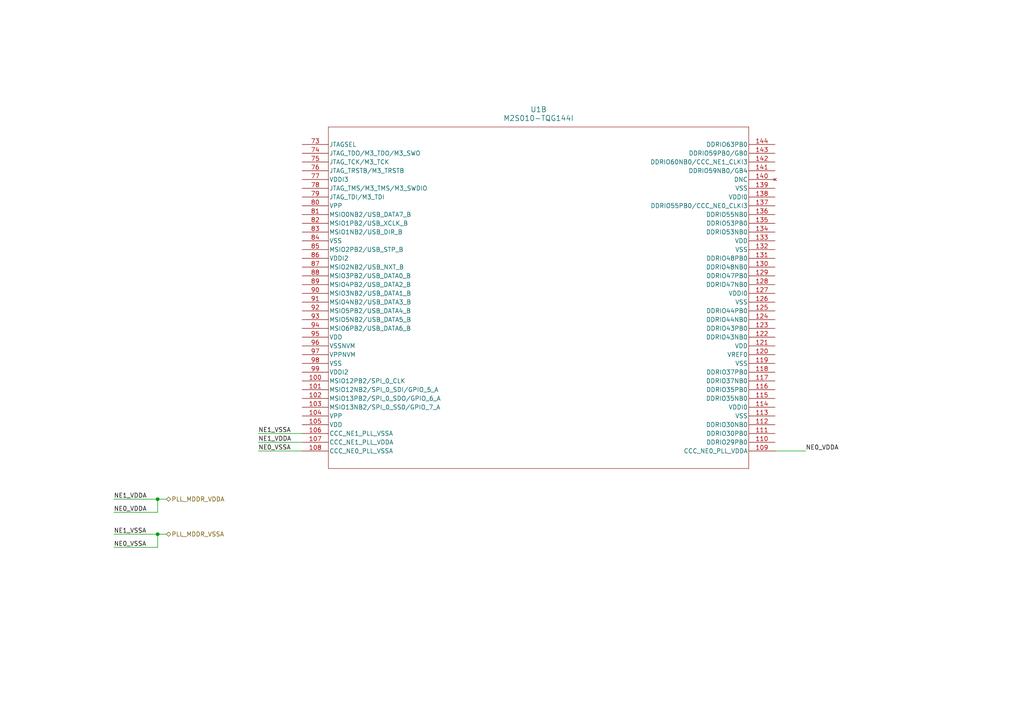
<source format=kicad_sch>
(kicad_sch (version 20231120) (generator "eeschema") (generator_version "8.0")
  (paper "A4")
  (title_block (title "FPGA - SmartFusion2") (rev "1.0") (company "IFSP - SBV, IFSP - GRU") (comment 2 "WILLIAN BUENO SANTOS") (comment 3 "ISRAEL RODRIGUES") (comment 4 "ADRIANO CÉSAR DE SOUSA PEREIRA"))
  (lib_symbols
    (symbol "M2S010-1TQG144A:M2S010-TQG144I" (pin_names (offset 0.254))
      (property "Reference" "U" (at 63.5 10.16 0))
      (property "Value" "M2S010-TQG144I" (at 63.5 7.62 0))
      (symbol "M2S010-TQG144I_1_1"
        (polyline (pts (xy 7.62 -93.98) (xy 119.38 -93.98)) (stroke (width 0.127)))
        (polyline (pts (xy 7.62 5.08) (xy 7.62 -93.98)) (stroke (width 0.127)))
        (polyline (pts (xy 119.38 -93.98) (xy 119.38 5.08)) (stroke (width 0.127)))
        (polyline (pts (xy 119.38 5.08) (xy 7.62 5.08)) (stroke (width 0.127)))
        (pin bidirectional line (at 0 0 0) (length 7.62) (name "MSIO64NB7") (number "1"))
        (pin bidirectional line (at 0 -22.86 0) (length 7.62) (name "MSIO73NB7") (number "10"))
        (pin power_out line (at 0 -25.4 0) (length 7.62) (name "VSS") (number "11"))
        (pin power_in line (at 0 -27.94 0) (length 7.62) (name "VDD") (number "12"))
        (pin bidirectional line (at 0 -30.48 0) (length 7.62) (name "MSIO76NB7") (number "13"))
        (pin bidirectional line (at 0 -33.02 0) (length 7.62) (name "MSIO76PB7") (number "14"))
        (pin bidirectional line (at 0 -35.56 0) (length 7.62) (name "MSIO77NB7") (number "15"))
        (pin bidirectional line (at 0 -38.1 0) (length 7.62) (name "MSIO77PB7") (number "16"))
        (pin power_in line (at 0 -40.64 0) (length 7.62) (name "VDDI7") (number "17"))
        (pin power_out line (at 0 -43.18 0) (length 7.62) (name "VSS") (number "18"))
        (pin bidirectional line (at 0 -45.72 0) (length 7.62) (name "MSIO79NB7") (number "19"))
        (pin bidirectional line (at 0 -2.54 0) (length 7.62) (name "MSIO64PB7") (number "2"))
        (pin bidirectional line (at 0 -48.26 0) (length 7.62) (name "MSIO79PB7/GB1") (number "20"))
        (pin bidirectional line (at 0 -50.8 0) (length 7.62) (name "MSIO81NB7") (number "21"))
        (pin bidirectional line (at 0 -53.34 0) (length 7.62) (name "MSIO81PB7") (number "22"))
        (pin bidirectional line (at 0 -55.88 0) (length 7.62) (name "MSIOD84PB6/CCC_NE1_CLKI2") (number "23"))
        (pin bidirectional line (at 0 -58.42 0) (length 7.62) (name "MSIOD85PB6/CCC_NE1_CLKI1") (number "24"))
        (pin power_in line (at 0 -60.96 0) (length 7.62) (name "VDDI6") (number "25"))
        (pin power_out line (at 0 -63.5 0) (length 7.62) (name "VSS") (number "26"))
        (pin bidirectional line (at 0 -66.04 0) (length 7.62) (name "MSIOD90NB6") (number "27"))
        (pin bidirectional line (at 0 -68.58 0) (length 7.62) (name "MSIOD90PB6") (number "28"))
        (pin bidirectional line (at 0 -71.12 0) (length 7.62) (name "MSIOD93NB6") (number "29"))
        (pin bidirectional line (at 0 -5.08 0) (length 7.62) (name "MSIO67NB7") (number "3"))
        (pin bidirectional line (at 0 -73.66 0) (length 7.62) (name "MSIOD93PB6") (number "30"))
        (pin power_in line (at 0 -76.2 0) (length 7.62) (name "VDD") (number "31"))
        (pin bidirectional line (at 0 -78.74 0) (length 7.62) (name "MSIOD96PB6") (number "32"))
        (pin bidirectional line (at 0 -81.28 0) (length 7.62) (name "MSIOD96NB6") (number "33"))
        (pin power_out line (at 0 -83.82 0) (length 7.62) (name "VSS") (number "34"))
        (pin power_in line (at 0 -86.36 0) (length 7.62) (name "VDDI6") (number "35"))
        (pin bidirectional line (at 0 -88.9 0) (length 7.62) (name "MSIOD98NB6") (number "36"))
        (pin bidirectional line (at 127 -88.9 180) (length 7.62) (name "MSIOD99PB6") (number "37"))
        (pin bidirectional line (at 127 -86.36 180) (length 7.62) (name "MSIOD99NB6") (number "38"))
        (pin power_in line (at 127 -83.82 180) (length 7.62) (name "VDD") (number "39"))
        (pin bidirectional line (at 0 -7.62 0) (length 7.62) (name "MSIO67PB7") (number "4"))
        (pin power_out line (at 127 -81.28 180) (length 7.62) (name "VSS") (number "40"))
        (pin power_in line (at 127 -78.74 180) (length 7.62) (name "VPP") (number "41"))
        (pin power_out line (at 127 -76.2 180) (length 7.62) (name "VSS") (number "42"))
        (pin bidirectional line (at 127 -73.66 180) (length 7.62) (name "MSIO102PB4") (number "43"))
        (pin bidirectional line (at 127 -71.12 180) (length 7.62) (name "MSIO102NB4/CCC_NE1_CLKI0") (number "44"))
        (pin power_in line (at 127 -68.58 180) (length 7.62) (name "VDDI4") (number "45"))
        (pin bidirectional line (at 127 -66.04 180) (length 7.62) (name "MSIO103NB4/PROBE_B") (number "46"))
        (pin bidirectional line (at 127 -63.5 180) (length 7.62) (name "MSIO103PB4/PROBE_A") (number "47"))
        (pin bidirectional line (at 127 -60.96 180) (length 7.62) (name "MSIO104NB4/GB7") (number "48"))
        (pin bidirectional line (at 127 -58.42 180) (length 7.62) (name "MSIO104PB4/GB3") (number "49"))
        (pin power_out line (at 0 -10.16 0) (length 7.62) (name "VSS") (number "5"))
        (pin power_in line (at 127 -55.88 180) (length 7.62) (name "VDD") (number "50"))
        (pin power_out line (at 127 -53.34 180) (length 7.62) (name "VSS") (number "51"))
        (pin bidirectional line (at 127 -50.8 180) (length 7.62) (name "MSIO105PB4/CCC_NE0_CLKI0") (number "52"))
        (pin bidirectional line (at 127 -48.26 180) (length 7.62) (name "MSIO105NB4") (number "53"))
        (pin power_in line (at 127 -45.72 180) (length 7.62) (name "VDDI4") (number "54"))
        (pin bidirectional line (at 127 -43.18 180) (length 7.62) (name "MSIO106PB4") (number "55"))
        (pin bidirectional line (at 127 -40.64 180) (length 7.62) (name "MSIO106NB4") (number "56"))
        (pin bidirectional line (at 127 -38.1 180) (length 7.62) (name "MSIO108PB4") (number "57"))
        (pin bidirectional line (at 127 -35.56 180) (length 7.62) (name "MSIO108NB4") (number "58"))
        (pin power_out line (at 127 -33.02 180) (length 7.62) (name "VSS") (number "59"))
        (pin power_in line (at 0 -12.7 0) (length 7.62) (name "VDDI7") (number "6"))
        (pin bidirectional line (at 127 -30.48 180) (length 7.62) (name "MSIO109PB4") (number "60"))
        (pin bidirectional line (at 127 -27.94 180) (length 7.62) (name "MSIO109NB4") (number "61"))
        (pin power_in line (at 127 -25.4 180) (length 7.62) (name "VDDI4") (number "62"))
        (pin bidirectional line (at 127 -22.86 180) (length 7.62) (name "MSIO113PB4") (number "63"))
        (pin bidirectional line (at 127 -20.32 180) (length 7.62) (name "MSIO113NB4") (number "64"))
        (pin power_out line (at 127 -17.78 180) (length 7.62) (name "VSS") (number "65"))
        (pin bidirectional line (at 127 -15.24 180) (length 7.62) (name "MSIO114PB4") (number "66"))
        (pin bidirectional line (at 127 -12.7 180) (length 7.62) (name "MSIO114NB4") (number "67"))
        (pin input line (at 127 -10.16 180) (length 7.62) (name "XTLOSC_AUX_XTAL") (number "68"))
        (pin input line (at 127 -7.62 180) (length 7.62) (name "XTLOSC_AUX_EXTAL") (number "69"))
        (pin bidirectional line (at 0 -15.24 0) (length 7.62) (name "MSIO71NB7") (number "7"))
        (pin input line (at 127 -5.08 180) (length 7.62) (name "XTLOSC_MAIN_XTAL") (number "70"))
        (pin input line (at 127 -2.54 180) (length 7.62) (name "XTLOSC_MAIN_EXTAL") (number "71"))
        (pin input line (at 127 0 180) (length 7.62) (name "DEVRST_N") (number "72"))
        (pin bidirectional line (at 0 -17.78 0) (length 7.62) (name "MSIO71PB7") (number "8"))
        (pin bidirectional line (at 0 -20.32 0) (length 7.62) (name "MSIO72NB7") (number "9"))
      )
      (symbol "M2S010-TQG144I_2_1"
        (polyline (pts (xy 7.62 -93.98) (xy 129.54 -93.98)) (stroke (width 0.127)))
        (polyline (pts (xy 7.62 5.08) (xy 7.62 -93.98)) (stroke (width 0.127)))
        (polyline (pts (xy 129.54 -93.98) (xy 129.54 5.08)) (stroke (width 0.127)))
        (polyline (pts (xy 129.54 5.08) (xy 7.62 5.08)) (stroke (width 0.127)))
        (pin bidirectional line (at 0 -68.58 0) (length 7.62) (name "MSIO12PB2/SPI_0_CLK") (number "100"))
        (pin bidirectional line (at 0 -71.12 0) (length 7.62) (name "MSIO12NB2/SPI_0_SDI/GPIO_5_A") (number "101"))
        (pin bidirectional line (at 0 -73.66 0) (length 7.62) (name "MSIO13PB2/SPI_0_SDO/GPIO_6_A") (number "102"))
        (pin bidirectional line (at 0 -76.2 0) (length 7.62) (name "MSIO13NB2/SPI_0_SS0/GPIO_7_A") (number "103"))
        (pin power_in line (at 0 -78.74 0) (length 7.62) (name "VPP") (number "104"))
        (pin power_in line (at 0 -81.28 0) (length 7.62) (name "VDD") (number "105"))
        (pin power_out line (at 0 -83.82 0) (length 7.62) (name "CCC_NE1_PLL_VSSA") (number "106"))
        (pin power_in line (at 0 -86.36 0) (length 7.62) (name "CCC_NE1_PLL_VDDA") (number "107"))
        (pin power_out line (at 0 -88.9 0) (length 7.62) (name "CCC_NE0_PLL_VSSA") (number "108"))
        (pin power_in line (at 137.16 -88.9 180) (length 7.62) (name "CCC_NE0_PLL_VDDA") (number "109"))
        (pin bidirectional line (at 137.16 -86.36 180) (length 7.62) (name "DDRIO29PB0") (number "110"))
        (pin bidirectional line (at 137.16 -83.82 180) (length 7.62) (name "DDRIO30PB0") (number "111"))
        (pin bidirectional line (at 137.16 -81.28 180) (length 7.62) (name "DDRIO30NB0") (number "112"))
        (pin power_out line (at 137.16 -78.74 180) (length 7.62) (name "VSS") (number "113"))
        (pin power_in line (at 137.16 -76.2 180) (length 7.62) (name "VDDI0") (number "114"))
        (pin bidirectional line (at 137.16 -73.66 180) (length 7.62) (name "DDRIO35NB0") (number "115"))
        (pin bidirectional line (at 137.16 -71.12 180) (length 7.62) (name "DDRIO35PB0") (number "116"))
        (pin bidirectional line (at 137.16 -68.58 180) (length 7.62) (name "DDRIO37NB0") (number "117"))
        (pin bidirectional line (at 137.16 -66.04 180) (length 7.62) (name "DDRIO37PB0") (number "118"))
        (pin power_out line (at 137.16 -63.5 180) (length 7.62) (name "VSS") (number "119"))
        (pin power_in line (at 137.16 -60.96 180) (length 7.62) (name "VREF0") (number "120"))
        (pin power_in line (at 137.16 -58.42 180) (length 7.62) (name "VDD") (number "121"))
        (pin bidirectional line (at 137.16 -55.88 180) (length 7.62) (name "DDRIO43NB0") (number "122"))
        (pin bidirectional line (at 137.16 -53.34 180) (length 7.62) (name "DDRIO43PB0") (number "123"))
        (pin bidirectional line (at 137.16 -50.8 180) (length 7.62) (name "DDRIO44NB0") (number "124"))
        (pin bidirectional line (at 137.16 -48.26 180) (length 7.62) (name "DDRIO44PB0") (number "125"))
        (pin power_out line (at 137.16 -45.72 180) (length 7.62) (name "VSS") (number "126"))
        (pin power_in line (at 137.16 -43.18 180) (length 7.62) (name "VDDI0") (number "127"))
        (pin bidirectional line (at 137.16 -40.64 180) (length 7.62) (name "DDRIO47NB0") (number "128"))
        (pin bidirectional line (at 137.16 -38.1 180) (length 7.62) (name "DDRIO47PB0") (number "129"))
        (pin bidirectional line (at 137.16 -35.56 180) (length 7.62) (name "DDRIO48NB0") (number "130"))
        (pin bidirectional line (at 137.16 -33.02 180) (length 7.62) (name "DDRIO48PB0") (number "131"))
        (pin power_out line (at 137.16 -30.48 180) (length 7.62) (name "VSS") (number "132"))
        (pin power_in line (at 137.16 -27.94 180) (length 7.62) (name "VDD") (number "133"))
        (pin bidirectional line (at 137.16 -25.4 180) (length 7.62) (name "DDRIO53NB0") (number "134"))
        (pin bidirectional line (at 137.16 -22.86 180) (length 7.62) (name "DDRIO53PB0") (number "135"))
        (pin bidirectional line (at 137.16 -20.32 180) (length 7.62) (name "DDRIO55NB0") (number "136"))
        (pin bidirectional line (at 137.16 -17.78 180) (length 7.62) (name "DDRIO55PB0/CCC_NE0_CLKI3") (number "137"))
        (pin power_in line (at 137.16 -15.24 180) (length 7.62) (name "VDDI0") (number "138"))
        (pin power_out line (at 137.16 -12.7 180) (length 7.62) (name "VSS") (number "139"))
        (pin no_connect line (at 137.16 -10.16 180) (length 7.62) (name "DNC") (number "140"))
        (pin bidirectional line (at 137.16 -7.62 180) (length 7.62) (name "DDRIO59NB0/GB4") (number "141"))
        (pin bidirectional line (at 137.16 -5.08 180) (length 7.62) (name "DDRIO60NB0/CCC_NE1_CLKI3") (number "142"))
        (pin bidirectional line (at 137.16 -2.54 180) (length 7.62) (name "DDRIO59PB0/GB0") (number "143"))
        (pin bidirectional line (at 137.16 0 180) (length 7.62) (name "DDRIO63PB0") (number "144"))
        (pin input line (at 0 0 0) (length 7.62) (name "JTAGSEL") (number "73"))
        (pin output line (at 0 -2.54 0) (length 7.62) (name "JTAG_TDO/M3_TDO/M3_SWO") (number "74"))
        (pin input line (at 0 -5.08 0) (length 7.62) (name "JTAG_TCK/M3_TCK") (number "75"))
        (pin input line (at 0 -7.62 0) (length 7.62) (name "JTAG_TRSTB/M3_TRSTB") (number "76"))
        (pin power_in line (at 0 -10.16 0) (length 7.62) (name "VDDI3") (number "77"))
        (pin input line (at 0 -12.7 0) (length 7.62) (name "JTAG_TMS/M3_TMS/M3_SWDIO") (number "78"))
        (pin input line (at 0 -15.24 0) (length 7.62) (name "JTAG_TDI/M3_TDI") (number "79"))
        (pin power_in line (at 0 -17.78 0) (length 7.62) (name "VPP") (number "80"))
        (pin bidirectional line (at 0 -20.32 0) (length 7.62) (name "MSIO0NB2/USB_DATA7_B") (number "81"))
        (pin bidirectional line (at 0 -22.86 0) (length 7.62) (name "MSIO1PB2/USB_XCLK_B") (number "82"))
        (pin bidirectional line (at 0 -25.4 0) (length 7.62) (name "MSIO1NB2/USB_DIR_B") (number "83"))
        (pin power_out line (at 0 -27.94 0) (length 7.62) (name "VSS") (number "84"))
        (pin bidirectional line (at 0 -30.48 0) (length 7.62) (name "MSIO2PB2/USB_STP_B") (number "85"))
        (pin power_in line (at 0 -33.02 0) (length 7.62) (name "VDDI2") (number "86"))
        (pin bidirectional line (at 0 -35.56 0) (length 7.62) (name "MSIO2NB2/USB_NXT_B") (number "87"))
        (pin bidirectional line (at 0 -38.1 0) (length 7.62) (name "MSIO3PB2/USB_DATA0_B") (number "88"))
        (pin bidirectional line (at 0 -40.64 0) (length 7.62) (name "MSIO4PB2/USB_DATA2_B") (number "89"))
        (pin bidirectional line (at 0 -43.18 0) (length 7.62) (name "MSIO3NB2/USB_DATA1_B") (number "90"))
        (pin bidirectional line (at 0 -45.72 0) (length 7.62) (name "MSIO4NB2/USB_DATA3_B") (number "91"))
        (pin bidirectional line (at 0 -48.26 0) (length 7.62) (name "MSIO5PB2/USB_DATA4_B") (number "92"))
        (pin bidirectional line (at 0 -50.8 0) (length 7.62) (name "MSIO5NB2/USB_DATA5_B") (number "93"))
        (pin bidirectional line (at 0 -53.34 0) (length 7.62) (name "MSIO6PB2/USB_DATA6_B") (number "94"))
        (pin power_in line (at 0 -55.88 0) (length 7.62) (name "VDD") (number "95"))
        (pin power_out line (at 0 -58.42 0) (length 7.62) (name "VSSNVM") (number "96"))
        (pin power_in line (at 0 -60.96 0) (length 7.62) (name "VPPNVM") (number "97"))
        (pin power_out line (at 0 -63.5 0) (length 7.62) (name "VSS") (number "98"))
        (pin power_in line (at 0 -66.04 0) (length 7.62) (name "VDDI2") (number "99"))
      )
    )
  )
  (junction (at 45.72 154.94))
  (junction (at 45.72 144.78))
  (wire (pts (xy 45.72 144.78) (xy 48.26 144.78)))
  (wire (pts (xy 45.72 158.75) (xy 45.72 154.94)))
  (wire (pts (xy 33.02 148.59) (xy 45.72 148.59)))
  (wire (pts (xy 74.93 128.27) (xy 87.63 128.27)))
  (wire (pts (xy 45.72 148.59) (xy 45.72 144.78)))
  (wire (pts (xy 45.72 154.94) (xy 48.26 154.94)))
  (wire (pts (xy 224.79 130.81) (xy 233.68 130.81)))
  (wire (pts (xy 33.02 154.94) (xy 45.72 154.94)))
  (wire (pts (xy 33.02 158.75) (xy 45.72 158.75)))
  (wire (pts (xy 33.02 144.78) (xy 45.72 144.78)))
  (wire (pts (xy 74.93 130.81) (xy 87.63 130.81)))
  (wire (pts (xy 74.93 125.73) (xy 87.63 125.73)))
  (label "NE1_VDDA" (at 33.02 144.78 0))
  (label "NE0_VDDA" (at 33.02 148.59 0))
  (label "NE0_VSSA" (at 74.93 130.81 0))
  (label "NE0_VDDA" (at 233.68 130.81 0))
  (label "NE0_VSSA" (at 33.02 158.75 0))
  (label "NE1_VSSA" (at 33.02 154.94 0))
  (label "NE1_VDDA" (at 74.93 128.27 0))
  (label "NE1_VSSA" (at 74.93 125.73 0))
  (hierarchical_label "PLL_MDDR_VDDA" (shape bidirectional) (at 48.26 144.78 0))
  (hierarchical_label "PLL_MDDR_VSSA" (shape bidirectional) (at 48.26 154.94 0))
  (symbol (lib_id "M2S010-1TQG144A:M2S010-TQG144I") (at 87.63 41.91 0) (unit 2)
    (property "Reference" "U1" (at 156.21 31.75 0) (effects (font (size 1.524 1.524))))
    (property "Value" "M2S010-TQG144I" (at 156.21 34.29 0) (effects (font (size 1.524 1.524))))
    (property "Footprint" "M2S010_TQG144IA:TQ144_MCH-L" (effects (hide yes)))
    (property "Datasheet" "M2S010-TQG144I" (effects (hide yes)))
  )
)
</source>
